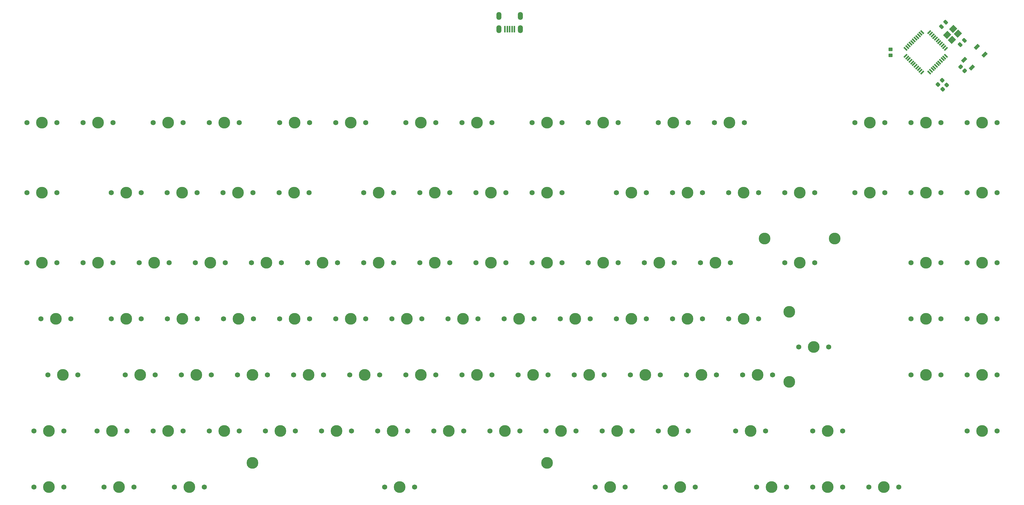
<source format=gbr>
%TF.GenerationSoftware,KiCad,Pcbnew,7.0.8*%
%TF.CreationDate,2023-10-19T20:38:54-05:00*%
%TF.ProjectId,VesselV2,56657373-656c-4563-922e-6b696361645f,rev?*%
%TF.SameCoordinates,Original*%
%TF.FileFunction,Soldermask,Top*%
%TF.FilePolarity,Negative*%
%FSLAX46Y46*%
G04 Gerber Fmt 4.6, Leading zero omitted, Abs format (unit mm)*
G04 Created by KiCad (PCBNEW 7.0.8) date 2023-10-19 20:38:54*
%MOMM*%
%LPD*%
G01*
G04 APERTURE LIST*
G04 Aperture macros list*
%AMRoundRect*
0 Rectangle with rounded corners*
0 $1 Rounding radius*
0 $2 $3 $4 $5 $6 $7 $8 $9 X,Y pos of 4 corners*
0 Add a 4 corners polygon primitive as box body*
4,1,4,$2,$3,$4,$5,$6,$7,$8,$9,$2,$3,0*
0 Add four circle primitives for the rounded corners*
1,1,$1+$1,$2,$3*
1,1,$1+$1,$4,$5*
1,1,$1+$1,$6,$7*
1,1,$1+$1,$8,$9*
0 Add four rect primitives between the rounded corners*
20,1,$1+$1,$2,$3,$4,$5,0*
20,1,$1+$1,$4,$5,$6,$7,0*
20,1,$1+$1,$6,$7,$8,$9,0*
20,1,$1+$1,$8,$9,$2,$3,0*%
%AMRotRect*
0 Rectangle, with rotation*
0 The origin of the aperture is its center*
0 $1 length*
0 $2 width*
0 $3 Rotation angle, in degrees counterclockwise*
0 Add horizontal line*
21,1,$1,$2,0,0,$3*%
G04 Aperture macros list end*
%ADD10C,1.750000*%
%ADD11C,3.987800*%
%ADD12R,0.500000X2.250000*%
%ADD13O,1.700000X2.700000*%
%ADD14RoundRect,0.250000X-0.097227X0.574524X-0.574524X0.097227X0.097227X-0.574524X0.574524X-0.097227X0*%
%ADD15RoundRect,0.250000X-0.565685X-0.070711X-0.070711X-0.565685X0.565685X0.070711X0.070711X0.565685X0*%
%ADD16RoundRect,0.250000X0.070711X-0.565685X0.565685X-0.070711X-0.070711X0.565685X-0.565685X0.070711X0*%
%ADD17RoundRect,0.250000X-0.450000X0.350000X-0.450000X-0.350000X0.450000X-0.350000X0.450000X0.350000X0*%
%ADD18RotRect,1.800000X1.100000X45.000000*%
%ADD19RotRect,2.100000X1.800000X225.000000*%
%ADD20RotRect,1.500000X0.550000X135.000000*%
%ADD21RotRect,1.500000X0.550000X225.000000*%
%ADD22RoundRect,0.250000X0.097227X-0.574524X0.574524X-0.097227X-0.097227X0.574524X-0.574524X0.097227X0*%
G04 APERTURE END LIST*
D10*
%TO.C,MX89*%
X294957500Y-190500000D03*
D11*
X300037500Y-190500000D03*
D10*
X305117500Y-190500000D03*
%TD*%
%TO.C,MX84*%
X199707500Y-190500000D03*
D11*
X204787500Y-190500000D03*
D10*
X209867500Y-190500000D03*
%TD*%
%TO.C,MX15*%
X418782500Y-85725000D03*
D11*
X423862500Y-85725000D03*
D10*
X428942500Y-85725000D03*
%TD*%
%TO.C,MX7*%
X228282500Y-85725000D03*
D11*
X233362500Y-85725000D03*
D10*
X238442500Y-85725000D03*
%TD*%
D12*
%TO.C,USB1*%
X261925000Y-53975000D03*
X262725000Y-53975000D03*
X263525000Y-53975000D03*
X264325000Y-53975000D03*
X265125000Y-53975000D03*
D13*
X267175000Y-49475000D03*
X259875000Y-49475000D03*
X267175000Y-53975000D03*
X259875000Y-53975000D03*
%TD*%
D14*
%TO.C,C3*%
X417904623Y-57778477D03*
X416437377Y-59245723D03*
%TD*%
D10*
%TO.C,MX71*%
X247332500Y-171450000D03*
D11*
X252412500Y-171450000D03*
D10*
X257492500Y-171450000D03*
%TD*%
%TO.C,MX88*%
X275907500Y-190500000D03*
D11*
X280987500Y-190500000D03*
D10*
X286067500Y-190500000D03*
%TD*%
D11*
%TO.C,S2*%
X358457500Y-150018750D03*
X358457500Y-173831250D03*
%TD*%
D10*
%TO.C,MX61*%
X361632500Y-161925000D03*
D11*
X366712500Y-161925000D03*
D10*
X371792500Y-161925000D03*
%TD*%
%TO.C,MX31*%
X418782500Y-109537500D03*
D11*
X423862500Y-109537500D03*
D10*
X428942500Y-109537500D03*
%TD*%
%TO.C,MX58*%
X299720000Y-152400000D03*
D11*
X304800000Y-152400000D03*
D10*
X309880000Y-152400000D03*
%TD*%
%TO.C,MX62*%
X399732500Y-152400000D03*
D11*
X404812500Y-152400000D03*
D10*
X409892500Y-152400000D03*
%TD*%
D15*
%TO.C,R4*%
X416577293Y-66761593D03*
X417991507Y-68175807D03*
%TD*%
D10*
%TO.C,MX92*%
X366395000Y-190500000D03*
D11*
X371475000Y-190500000D03*
D10*
X376555000Y-190500000D03*
%TD*%
%TO.C,MX73*%
X285432500Y-171450000D03*
D11*
X290512500Y-171450000D03*
D10*
X295592500Y-171450000D03*
%TD*%
%TO.C,MX67*%
X171132500Y-171450000D03*
D11*
X176212500Y-171450000D03*
D10*
X181292500Y-171450000D03*
%TD*%
%TO.C,MX66*%
X152082500Y-171450000D03*
D11*
X157162500Y-171450000D03*
D10*
X162242500Y-171450000D03*
%TD*%
%TO.C,MX6*%
X204470000Y-85725000D03*
D11*
X209550000Y-85725000D03*
D10*
X214630000Y-85725000D03*
%TD*%
%TO.C,MX26*%
X318770000Y-109537500D03*
D11*
X323850000Y-109537500D03*
D10*
X328930000Y-109537500D03*
%TD*%
%TO.C,MX17*%
X128270000Y-109537500D03*
D11*
X133350000Y-109537500D03*
D10*
X138430000Y-109537500D03*
%TD*%
%TO.C,MX42*%
X290195000Y-133350000D03*
D11*
X295275000Y-133350000D03*
D10*
X300355000Y-133350000D03*
%TD*%
%TO.C,MX77*%
X399732500Y-171450000D03*
D11*
X404812500Y-171450000D03*
D10*
X409892500Y-171450000D03*
%TD*%
%TO.C,MX10*%
X290195000Y-85725000D03*
D11*
X295275000Y-85725000D03*
D10*
X300355000Y-85725000D03*
%TD*%
%TO.C,MX95*%
X125888800Y-209550000D03*
D11*
X130968800Y-209550000D03*
D10*
X136048800Y-209550000D03*
%TD*%
%TO.C,MX75*%
X323532500Y-171450000D03*
D11*
X328612500Y-171450000D03*
D10*
X333692500Y-171450000D03*
%TD*%
%TO.C,MX101*%
X366395000Y-209550000D03*
D11*
X371475000Y-209550000D03*
D10*
X376555000Y-209550000D03*
%TD*%
%TO.C,MX20*%
X185270000Y-109537500D03*
D11*
X190350000Y-109537500D03*
D10*
X195430000Y-109537500D03*
%TD*%
%TO.C,MX87*%
X256857500Y-190500000D03*
D11*
X261937500Y-190500000D03*
D10*
X267017500Y-190500000D03*
%TD*%
%TO.C,MX24*%
X271145000Y-109537500D03*
D11*
X276225000Y-109537500D03*
D10*
X281305000Y-109537500D03*
%TD*%
%TO.C,MX94*%
X102076300Y-209550000D03*
D11*
X107156300Y-209550000D03*
D10*
X112236300Y-209550000D03*
%TD*%
%TO.C,MX51*%
X166370000Y-152400000D03*
D11*
X171450000Y-152400000D03*
D10*
X176530000Y-152400000D03*
%TD*%
%TO.C,MX80*%
X123507500Y-190500000D03*
D11*
X128587500Y-190500000D03*
D10*
X133667500Y-190500000D03*
%TD*%
%TO.C,MX39*%
X233045000Y-133350000D03*
D11*
X238125000Y-133350000D03*
D10*
X243205000Y-133350000D03*
%TD*%
%TO.C,MX100*%
X347345000Y-209550000D03*
D11*
X352425000Y-209550000D03*
D10*
X357505000Y-209550000D03*
%TD*%
%TO.C,MX49*%
X128270000Y-152400000D03*
D11*
X133350000Y-152400000D03*
D10*
X138430000Y-152400000D03*
%TD*%
%TO.C,MX34*%
X137795000Y-133350000D03*
D11*
X142875000Y-133350000D03*
D10*
X147955000Y-133350000D03*
%TD*%
%TO.C,MX102*%
X385445000Y-209550000D03*
D11*
X390525000Y-209550000D03*
D10*
X395605000Y-209550000D03*
%TD*%
%TO.C,MX65*%
X133032500Y-171450000D03*
D11*
X138112500Y-171450000D03*
D10*
X143192500Y-171450000D03*
%TD*%
%TO.C,MX18*%
X147270000Y-109537500D03*
D11*
X152350000Y-109537500D03*
D10*
X157430000Y-109537500D03*
%TD*%
%TO.C,MX16*%
X99695000Y-109537500D03*
D11*
X104775000Y-109537500D03*
D10*
X109855000Y-109537500D03*
%TD*%
%TO.C,MX74*%
X304482500Y-171450000D03*
D11*
X309562500Y-171450000D03*
D10*
X314642500Y-171450000D03*
%TD*%
%TO.C,MX91*%
X340201300Y-190500000D03*
D11*
X345281300Y-190500000D03*
D10*
X350361300Y-190500000D03*
%TD*%
%TO.C,MX46*%
X399732500Y-133350000D03*
D11*
X404812500Y-133350000D03*
D10*
X409892500Y-133350000D03*
%TD*%
%TO.C,MX21*%
X213995000Y-109537500D03*
D11*
X219075000Y-109537500D03*
D10*
X224155000Y-109537500D03*
%TD*%
%TO.C,MX11*%
X314007500Y-85725000D03*
D11*
X319087500Y-85725000D03*
D10*
X324167500Y-85725000D03*
%TD*%
%TO.C,MX72*%
X266382500Y-171450000D03*
D11*
X271462500Y-171450000D03*
D10*
X276542500Y-171450000D03*
%TD*%
%TO.C,MX19*%
X166270000Y-109537500D03*
D11*
X171350000Y-109537500D03*
D10*
X176430000Y-109537500D03*
%TD*%
%TO.C,MX25*%
X299720000Y-109537500D03*
D11*
X304800000Y-109537500D03*
D10*
X309880000Y-109537500D03*
%TD*%
%TO.C,MX64*%
X106838800Y-171450000D03*
D11*
X111918800Y-171450000D03*
D10*
X116998800Y-171450000D03*
%TD*%
%TO.C,MX44*%
X328295000Y-133350000D03*
D11*
X333375000Y-133350000D03*
D10*
X338455000Y-133350000D03*
%TD*%
%TO.C,MX35*%
X156845000Y-133350000D03*
D11*
X161925000Y-133350000D03*
D10*
X167005000Y-133350000D03*
%TD*%
%TO.C,MX5*%
X185420000Y-85725000D03*
D11*
X190500000Y-85725000D03*
D10*
X195580000Y-85725000D03*
%TD*%
%TO.C,MX48*%
X104457500Y-152400000D03*
D11*
X109537500Y-152400000D03*
D10*
X114617500Y-152400000D03*
%TD*%
D11*
%TO.C,S1*%
X373856250Y-125095000D03*
X350043750Y-125095000D03*
%TD*%
D10*
%TO.C,MX45*%
X356870000Y-133350000D03*
D11*
X361950000Y-133350000D03*
D10*
X367030000Y-133350000D03*
%TD*%
%TO.C,MX43*%
X309245000Y-133350000D03*
D11*
X314325000Y-133350000D03*
D10*
X319405000Y-133350000D03*
%TD*%
%TO.C,MX41*%
X271145000Y-133350000D03*
D11*
X276225000Y-133350000D03*
D10*
X281305000Y-133350000D03*
%TD*%
%TO.C,MX85*%
X218757500Y-190500000D03*
D11*
X223837500Y-190500000D03*
D10*
X228917500Y-190500000D03*
%TD*%
%TO.C,MX82*%
X161607500Y-190500000D03*
D11*
X166687500Y-190500000D03*
D10*
X171767500Y-190500000D03*
%TD*%
%TO.C,MX78*%
X418782500Y-171450000D03*
D11*
X423862500Y-171450000D03*
D10*
X428942500Y-171450000D03*
%TD*%
%TO.C,MX97*%
X221138800Y-209550000D03*
D11*
X226218800Y-209550000D03*
D10*
X231298800Y-209550000D03*
%TD*%
%TO.C,MX32*%
X99695000Y-133350000D03*
D11*
X104775000Y-133350000D03*
D10*
X109855000Y-133350000D03*
%TD*%
%TO.C,MX81*%
X142557500Y-190500000D03*
D11*
X147637500Y-190500000D03*
D10*
X152717500Y-190500000D03*
%TD*%
%TO.C,MX4*%
X161607500Y-85725000D03*
D11*
X166687500Y-85725000D03*
D10*
X171767500Y-85725000D03*
%TD*%
%TO.C,MX27*%
X337820000Y-109537500D03*
D11*
X342900000Y-109537500D03*
D10*
X347980000Y-109537500D03*
%TD*%
%TO.C,MX53*%
X204470000Y-152400000D03*
D11*
X209550000Y-152400000D03*
D10*
X214630000Y-152400000D03*
%TD*%
%TO.C,MX3*%
X142557500Y-85725000D03*
D11*
X147637500Y-85725000D03*
D10*
X152717500Y-85725000D03*
%TD*%
D16*
%TO.C,R2*%
X410480293Y-74377407D03*
X411894507Y-72963193D03*
%TD*%
D10*
%TO.C,MX12*%
X333057500Y-85725000D03*
D11*
X338137500Y-85725000D03*
D10*
X343217500Y-85725000D03*
%TD*%
%TO.C,MX52*%
X185420000Y-152400000D03*
D11*
X190500000Y-152400000D03*
D10*
X195580000Y-152400000D03*
%TD*%
%TO.C,MX98*%
X292576300Y-209550000D03*
D11*
X297656300Y-209550000D03*
D10*
X302736300Y-209550000D03*
%TD*%
D17*
%TO.C,R5*%
X392844500Y-60850700D03*
X392844500Y-62850700D03*
%TD*%
D10*
%TO.C,MX83*%
X180657500Y-190500000D03*
D11*
X185737500Y-190500000D03*
D10*
X190817500Y-190500000D03*
%TD*%
%TO.C,MX47*%
X418782500Y-133350000D03*
D11*
X423862500Y-133350000D03*
D10*
X428942500Y-133350000D03*
%TD*%
%TO.C,MX38*%
X213995000Y-133350000D03*
D11*
X219075000Y-133350000D03*
D10*
X224155000Y-133350000D03*
%TD*%
%TO.C,MX37*%
X194945000Y-133350000D03*
D11*
X200025000Y-133350000D03*
D10*
X205105000Y-133350000D03*
%TD*%
%TO.C,MX22*%
X233045000Y-109537500D03*
D11*
X238125000Y-109537500D03*
D10*
X243205000Y-109537500D03*
%TD*%
%TO.C,MX14*%
X399732500Y-85725000D03*
D11*
X404812500Y-85725000D03*
D10*
X409892500Y-85725000D03*
%TD*%
%TO.C,MX1*%
X99695000Y-85725000D03*
D11*
X104775000Y-85725000D03*
D10*
X109855000Y-85725000D03*
%TD*%
%TO.C,MX13*%
X380682500Y-85725000D03*
D11*
X385762500Y-85725000D03*
D10*
X390842500Y-85725000D03*
%TD*%
%TO.C,MX55*%
X242570000Y-152400000D03*
D11*
X247650000Y-152400000D03*
D10*
X252730000Y-152400000D03*
%TD*%
%TO.C,MX63*%
X418782500Y-152400000D03*
D11*
X423862500Y-152400000D03*
D10*
X428942500Y-152400000D03*
%TD*%
%TO.C,MX93*%
X418782500Y-190500000D03*
D11*
X423862500Y-190500000D03*
D10*
X428942500Y-190500000D03*
%TD*%
%TO.C,MX9*%
X271145000Y-85725000D03*
D11*
X276225000Y-85725000D03*
D10*
X281305000Y-85725000D03*
%TD*%
%TO.C,MX33*%
X118745000Y-133350000D03*
D11*
X123825000Y-133350000D03*
D10*
X128905000Y-133350000D03*
%TD*%
%TO.C,MX57*%
X280670000Y-152400000D03*
D11*
X285750000Y-152400000D03*
D10*
X290830000Y-152400000D03*
%TD*%
%TO.C,MX2*%
X118745000Y-85725000D03*
D11*
X123825000Y-85725000D03*
D10*
X128905000Y-85725000D03*
%TD*%
%TO.C,MX28*%
X356870000Y-109537500D03*
D11*
X361950000Y-109537500D03*
D10*
X367030000Y-109537500D03*
%TD*%
%TO.C,MX70*%
X228282500Y-171450000D03*
D11*
X233362500Y-171450000D03*
D10*
X238442500Y-171450000D03*
%TD*%
D18*
%TO.C,SW1*%
X424753379Y-62616117D03*
X417753021Y-64383883D03*
X422137083Y-59999821D03*
X420369317Y-67000179D03*
%TD*%
D10*
%TO.C,MX40*%
X252095000Y-133350000D03*
D11*
X257175000Y-133350000D03*
D10*
X262255000Y-133350000D03*
%TD*%
D19*
%TO.C,Y1*%
X414070632Y-53936122D03*
X412020022Y-55986732D03*
X413646368Y-57613078D03*
X415696978Y-55562468D03*
%TD*%
D20*
%TO.C,U1*%
X405952782Y-68709636D03*
X406518467Y-68143950D03*
X407084152Y-67578265D03*
X407649838Y-67012580D03*
X408215523Y-66446894D03*
X408781209Y-65881209D03*
X409346894Y-65315523D03*
X409912580Y-64749838D03*
X410478265Y-64184152D03*
X411043950Y-63618467D03*
X411609636Y-63052782D03*
D21*
X411609636Y-60648618D03*
X411043950Y-60082933D03*
X410478265Y-59517248D03*
X409912580Y-58951562D03*
X409346894Y-58385877D03*
X408781209Y-57820191D03*
X408215523Y-57254506D03*
X407649838Y-56688820D03*
X407084152Y-56123135D03*
X406518467Y-55557450D03*
X405952782Y-54991764D03*
D20*
X403548618Y-54991764D03*
X402982933Y-55557450D03*
X402417248Y-56123135D03*
X401851562Y-56688820D03*
X401285877Y-57254506D03*
X400720191Y-57820191D03*
X400154506Y-58385877D03*
X399588820Y-58951562D03*
X399023135Y-59517248D03*
X398457450Y-60082933D03*
X397891764Y-60648618D03*
D21*
X397891764Y-63052782D03*
X398457450Y-63618467D03*
X399023135Y-64184152D03*
X399588820Y-64749838D03*
X400154506Y-65315523D03*
X400720191Y-65881209D03*
X401285877Y-66446894D03*
X401851562Y-67012580D03*
X402417248Y-67578265D03*
X402982933Y-68143950D03*
X403548618Y-68709636D03*
%TD*%
D10*
%TO.C,MX23*%
X252095000Y-109537500D03*
D11*
X257175000Y-109537500D03*
D10*
X262255000Y-109537500D03*
%TD*%
%TO.C,MX56*%
X261620000Y-152400000D03*
D11*
X266700000Y-152400000D03*
D10*
X271780000Y-152400000D03*
%TD*%
%TO.C,MX30*%
X399732500Y-109537500D03*
D11*
X404812500Y-109537500D03*
D10*
X409892500Y-109537500D03*
%TD*%
%TO.C,MX69*%
X209232500Y-171450000D03*
D11*
X214312500Y-171450000D03*
D10*
X219392500Y-171450000D03*
%TD*%
%TO.C,MX50*%
X147320000Y-152400000D03*
D11*
X152400000Y-152400000D03*
D10*
X157480000Y-152400000D03*
%TD*%
%TO.C,MX59*%
X318770000Y-152400000D03*
D11*
X323850000Y-152400000D03*
D10*
X328930000Y-152400000D03*
%TD*%
%TO.C,MX96*%
X149701300Y-209550000D03*
D11*
X154781300Y-209550000D03*
D10*
X159861300Y-209550000D03*
%TD*%
%TO.C,MX76*%
X342582500Y-171450000D03*
D11*
X347662500Y-171450000D03*
D10*
X352742500Y-171450000D03*
%TD*%
D11*
%TO.C,S3*%
X276225050Y-201295000D03*
X176212550Y-201295000D03*
%TD*%
D10*
%TO.C,MX36*%
X175895000Y-133350000D03*
D11*
X180975000Y-133350000D03*
D10*
X186055000Y-133350000D03*
%TD*%
%TO.C,MX60*%
X337820000Y-152400000D03*
D11*
X342900000Y-152400000D03*
D10*
X347980000Y-152400000D03*
%TD*%
D22*
%TO.C,C1*%
X410087377Y-53139523D03*
X411554623Y-51672277D03*
%TD*%
D16*
%TO.C,R3*%
X408892793Y-72789907D03*
X410307007Y-71375693D03*
%TD*%
D10*
%TO.C,MX86*%
X237807500Y-190500000D03*
D11*
X242887500Y-190500000D03*
D10*
X247967500Y-190500000D03*
%TD*%
%TO.C,MX99*%
X316388800Y-209550000D03*
D11*
X321468800Y-209550000D03*
D10*
X326548800Y-209550000D03*
%TD*%
%TO.C,MX54*%
X223520000Y-152400000D03*
D11*
X228600000Y-152400000D03*
D10*
X233680000Y-152400000D03*
%TD*%
%TO.C,MX8*%
X247332500Y-85725000D03*
D11*
X252412500Y-85725000D03*
D10*
X257492500Y-85725000D03*
%TD*%
%TO.C,MX29*%
X380682500Y-109537500D03*
D11*
X385762500Y-109537500D03*
D10*
X390842500Y-109537500D03*
%TD*%
%TO.C,MX79*%
X102076300Y-190500000D03*
D11*
X107156300Y-190500000D03*
D10*
X112236300Y-190500000D03*
%TD*%
%TO.C,MX90*%
X314007500Y-190500000D03*
D11*
X319087500Y-190500000D03*
D10*
X324167500Y-190500000D03*
%TD*%
%TO.C,MX68*%
X190182500Y-171450000D03*
D11*
X195262500Y-171450000D03*
D10*
X200342500Y-171450000D03*
%TD*%
M02*

</source>
